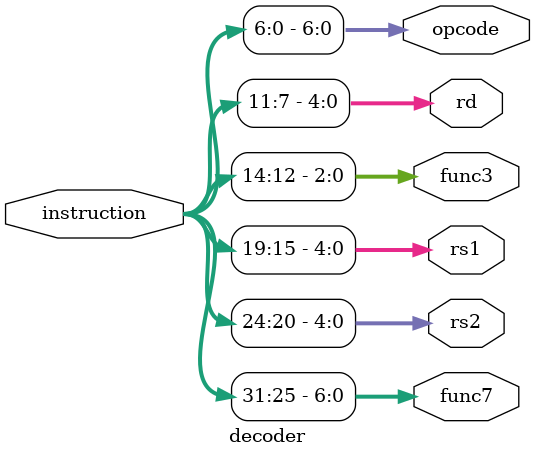
<source format=v>
module decoder(
    input [31:0] instruction,
    output [6:0]func7,
    output [4:0] rs2,
    output [4:0] rs1,
    output [2:0] func3,
    output [4:0] rd,
    output [6:0] opcode
);

assign func7 = instruction[31:25];
assign rs2 = instruction[24:20];
assign rs1 = instruction[19:15];
assign func3 = instruction[14:12];
assign rd = instruction[11:7];
assign opcode = instruction[6:0];

endmodule
</source>
